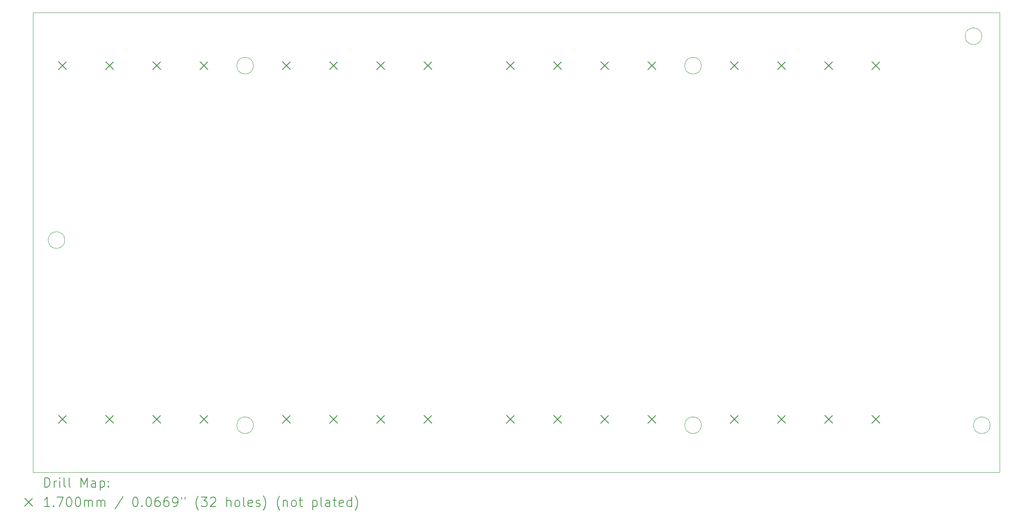
<source format=gbr>
%TF.GenerationSoftware,KiCad,Pcbnew,7.0.6*%
%TF.CreationDate,2023-08-29T18:11:48+02:00*%
%TF.ProjectId,photo console,70686f74-6f20-4636-9f6e-736f6c652e6b,rev?*%
%TF.SameCoordinates,Original*%
%TF.FileFunction,Drillmap*%
%TF.FilePolarity,Positive*%
%FSLAX45Y45*%
G04 Gerber Fmt 4.5, Leading zero omitted, Abs format (unit mm)*
G04 Created by KiCad (PCBNEW 7.0.6) date 2023-08-29 18:11:48*
%MOMM*%
%LPD*%
G01*
G04 APERTURE LIST*
%ADD10C,0.100000*%
%ADD11C,0.200000*%
%ADD12C,0.170000*%
G04 APERTURE END LIST*
D10*
X24563605Y-12827000D02*
G75*
G03*
X24563605Y-12827000I-179605J0D01*
G01*
X8688605Y-12827000D02*
G75*
G03*
X8688605Y-12827000I-179605J0D01*
G01*
X18340605Y-12827000D02*
G75*
G03*
X18340605Y-12827000I-179605J0D01*
G01*
X4624605Y-8837395D02*
G75*
G03*
X4624605Y-8837395I-179605J0D01*
G01*
X18340605Y-5080000D02*
G75*
G03*
X18340605Y-5080000I-179605J0D01*
G01*
X8688605Y-5080000D02*
G75*
G03*
X8688605Y-5080000I-179605J0D01*
G01*
X3937000Y-3937000D02*
X24765000Y-3937000D01*
X24765000Y-13843000D01*
X3937000Y-13843000D01*
X3937000Y-3937000D01*
X24384000Y-4445000D02*
G75*
G03*
X24384000Y-4445000I-179605J0D01*
G01*
D11*
D12*
X4487000Y-4995000D02*
X4657000Y-5165000D01*
X4657000Y-4995000D02*
X4487000Y-5165000D01*
X4487000Y-12615000D02*
X4657000Y-12785000D01*
X4657000Y-12615000D02*
X4487000Y-12785000D01*
X5503000Y-4995000D02*
X5673000Y-5165000D01*
X5673000Y-4995000D02*
X5503000Y-5165000D01*
X5503000Y-12615000D02*
X5673000Y-12785000D01*
X5673000Y-12615000D02*
X5503000Y-12785000D01*
X6519000Y-4995000D02*
X6689000Y-5165000D01*
X6689000Y-4995000D02*
X6519000Y-5165000D01*
X6519000Y-12615000D02*
X6689000Y-12785000D01*
X6689000Y-12615000D02*
X6519000Y-12785000D01*
X7535000Y-4995000D02*
X7705000Y-5165000D01*
X7705000Y-4995000D02*
X7535000Y-5165000D01*
X7535000Y-12615000D02*
X7705000Y-12785000D01*
X7705000Y-12615000D02*
X7535000Y-12785000D01*
X9313000Y-4995000D02*
X9483000Y-5165000D01*
X9483000Y-4995000D02*
X9313000Y-5165000D01*
X9313000Y-12615000D02*
X9483000Y-12785000D01*
X9483000Y-12615000D02*
X9313000Y-12785000D01*
X10329000Y-4995000D02*
X10499000Y-5165000D01*
X10499000Y-4995000D02*
X10329000Y-5165000D01*
X10329000Y-12615000D02*
X10499000Y-12785000D01*
X10499000Y-12615000D02*
X10329000Y-12785000D01*
X11345000Y-4995000D02*
X11515000Y-5165000D01*
X11515000Y-4995000D02*
X11345000Y-5165000D01*
X11345000Y-12615000D02*
X11515000Y-12785000D01*
X11515000Y-12615000D02*
X11345000Y-12785000D01*
X12361000Y-4995000D02*
X12531000Y-5165000D01*
X12531000Y-4995000D02*
X12361000Y-5165000D01*
X12361000Y-12615000D02*
X12531000Y-12785000D01*
X12531000Y-12615000D02*
X12361000Y-12785000D01*
X14139000Y-4995000D02*
X14309000Y-5165000D01*
X14309000Y-4995000D02*
X14139000Y-5165000D01*
X14139000Y-12615000D02*
X14309000Y-12785000D01*
X14309000Y-12615000D02*
X14139000Y-12785000D01*
X15155000Y-4995000D02*
X15325000Y-5165000D01*
X15325000Y-4995000D02*
X15155000Y-5165000D01*
X15155000Y-12615000D02*
X15325000Y-12785000D01*
X15325000Y-12615000D02*
X15155000Y-12785000D01*
X16171000Y-4995000D02*
X16341000Y-5165000D01*
X16341000Y-4995000D02*
X16171000Y-5165000D01*
X16171000Y-12615000D02*
X16341000Y-12785000D01*
X16341000Y-12615000D02*
X16171000Y-12785000D01*
X17187000Y-4995000D02*
X17357000Y-5165000D01*
X17357000Y-4995000D02*
X17187000Y-5165000D01*
X17187000Y-12615000D02*
X17357000Y-12785000D01*
X17357000Y-12615000D02*
X17187000Y-12785000D01*
X18965000Y-4995000D02*
X19135000Y-5165000D01*
X19135000Y-4995000D02*
X18965000Y-5165000D01*
X18965000Y-12615000D02*
X19135000Y-12785000D01*
X19135000Y-12615000D02*
X18965000Y-12785000D01*
X19981000Y-4995000D02*
X20151000Y-5165000D01*
X20151000Y-4995000D02*
X19981000Y-5165000D01*
X19981000Y-12615000D02*
X20151000Y-12785000D01*
X20151000Y-12615000D02*
X19981000Y-12785000D01*
X20997000Y-4995000D02*
X21167000Y-5165000D01*
X21167000Y-4995000D02*
X20997000Y-5165000D01*
X20997000Y-12615000D02*
X21167000Y-12785000D01*
X21167000Y-12615000D02*
X20997000Y-12785000D01*
X22013000Y-4995000D02*
X22183000Y-5165000D01*
X22183000Y-4995000D02*
X22013000Y-5165000D01*
X22013000Y-12615000D02*
X22183000Y-12785000D01*
X22183000Y-12615000D02*
X22013000Y-12785000D01*
D11*
X4192777Y-14159484D02*
X4192777Y-13959484D01*
X4192777Y-13959484D02*
X4240396Y-13959484D01*
X4240396Y-13959484D02*
X4268967Y-13969008D01*
X4268967Y-13969008D02*
X4288015Y-13988055D01*
X4288015Y-13988055D02*
X4297539Y-14007103D01*
X4297539Y-14007103D02*
X4307063Y-14045198D01*
X4307063Y-14045198D02*
X4307063Y-14073769D01*
X4307063Y-14073769D02*
X4297539Y-14111865D01*
X4297539Y-14111865D02*
X4288015Y-14130912D01*
X4288015Y-14130912D02*
X4268967Y-14149960D01*
X4268967Y-14149960D02*
X4240396Y-14159484D01*
X4240396Y-14159484D02*
X4192777Y-14159484D01*
X4392777Y-14159484D02*
X4392777Y-14026150D01*
X4392777Y-14064246D02*
X4402301Y-14045198D01*
X4402301Y-14045198D02*
X4411824Y-14035674D01*
X4411824Y-14035674D02*
X4430872Y-14026150D01*
X4430872Y-14026150D02*
X4449920Y-14026150D01*
X4516586Y-14159484D02*
X4516586Y-14026150D01*
X4516586Y-13959484D02*
X4507063Y-13969008D01*
X4507063Y-13969008D02*
X4516586Y-13978531D01*
X4516586Y-13978531D02*
X4526110Y-13969008D01*
X4526110Y-13969008D02*
X4516586Y-13959484D01*
X4516586Y-13959484D02*
X4516586Y-13978531D01*
X4640396Y-14159484D02*
X4621348Y-14149960D01*
X4621348Y-14149960D02*
X4611824Y-14130912D01*
X4611824Y-14130912D02*
X4611824Y-13959484D01*
X4745158Y-14159484D02*
X4726110Y-14149960D01*
X4726110Y-14149960D02*
X4716586Y-14130912D01*
X4716586Y-14130912D02*
X4716586Y-13959484D01*
X4973729Y-14159484D02*
X4973729Y-13959484D01*
X4973729Y-13959484D02*
X5040396Y-14102341D01*
X5040396Y-14102341D02*
X5107063Y-13959484D01*
X5107063Y-13959484D02*
X5107063Y-14159484D01*
X5288015Y-14159484D02*
X5288015Y-14054722D01*
X5288015Y-14054722D02*
X5278491Y-14035674D01*
X5278491Y-14035674D02*
X5259444Y-14026150D01*
X5259444Y-14026150D02*
X5221348Y-14026150D01*
X5221348Y-14026150D02*
X5202301Y-14035674D01*
X5288015Y-14149960D02*
X5268967Y-14159484D01*
X5268967Y-14159484D02*
X5221348Y-14159484D01*
X5221348Y-14159484D02*
X5202301Y-14149960D01*
X5202301Y-14149960D02*
X5192777Y-14130912D01*
X5192777Y-14130912D02*
X5192777Y-14111865D01*
X5192777Y-14111865D02*
X5202301Y-14092817D01*
X5202301Y-14092817D02*
X5221348Y-14083293D01*
X5221348Y-14083293D02*
X5268967Y-14083293D01*
X5268967Y-14083293D02*
X5288015Y-14073769D01*
X5383253Y-14026150D02*
X5383253Y-14226150D01*
X5383253Y-14035674D02*
X5402301Y-14026150D01*
X5402301Y-14026150D02*
X5440396Y-14026150D01*
X5440396Y-14026150D02*
X5459444Y-14035674D01*
X5459444Y-14035674D02*
X5468967Y-14045198D01*
X5468967Y-14045198D02*
X5478491Y-14064246D01*
X5478491Y-14064246D02*
X5478491Y-14121388D01*
X5478491Y-14121388D02*
X5468967Y-14140436D01*
X5468967Y-14140436D02*
X5459444Y-14149960D01*
X5459444Y-14149960D02*
X5440396Y-14159484D01*
X5440396Y-14159484D02*
X5402301Y-14159484D01*
X5402301Y-14159484D02*
X5383253Y-14149960D01*
X5564205Y-14140436D02*
X5573729Y-14149960D01*
X5573729Y-14149960D02*
X5564205Y-14159484D01*
X5564205Y-14159484D02*
X5554682Y-14149960D01*
X5554682Y-14149960D02*
X5564205Y-14140436D01*
X5564205Y-14140436D02*
X5564205Y-14159484D01*
X5564205Y-14035674D02*
X5573729Y-14045198D01*
X5573729Y-14045198D02*
X5564205Y-14054722D01*
X5564205Y-14054722D02*
X5554682Y-14045198D01*
X5554682Y-14045198D02*
X5564205Y-14035674D01*
X5564205Y-14035674D02*
X5564205Y-14054722D01*
D12*
X3762000Y-14403000D02*
X3932000Y-14573000D01*
X3932000Y-14403000D02*
X3762000Y-14573000D01*
D11*
X4297539Y-14579484D02*
X4183253Y-14579484D01*
X4240396Y-14579484D02*
X4240396Y-14379484D01*
X4240396Y-14379484D02*
X4221348Y-14408055D01*
X4221348Y-14408055D02*
X4202301Y-14427103D01*
X4202301Y-14427103D02*
X4183253Y-14436627D01*
X4383253Y-14560436D02*
X4392777Y-14569960D01*
X4392777Y-14569960D02*
X4383253Y-14579484D01*
X4383253Y-14579484D02*
X4373729Y-14569960D01*
X4373729Y-14569960D02*
X4383253Y-14560436D01*
X4383253Y-14560436D02*
X4383253Y-14579484D01*
X4459444Y-14379484D02*
X4592777Y-14379484D01*
X4592777Y-14379484D02*
X4507063Y-14579484D01*
X4707063Y-14379484D02*
X4726110Y-14379484D01*
X4726110Y-14379484D02*
X4745158Y-14389008D01*
X4745158Y-14389008D02*
X4754682Y-14398531D01*
X4754682Y-14398531D02*
X4764205Y-14417579D01*
X4764205Y-14417579D02*
X4773729Y-14455674D01*
X4773729Y-14455674D02*
X4773729Y-14503293D01*
X4773729Y-14503293D02*
X4764205Y-14541388D01*
X4764205Y-14541388D02*
X4754682Y-14560436D01*
X4754682Y-14560436D02*
X4745158Y-14569960D01*
X4745158Y-14569960D02*
X4726110Y-14579484D01*
X4726110Y-14579484D02*
X4707063Y-14579484D01*
X4707063Y-14579484D02*
X4688015Y-14569960D01*
X4688015Y-14569960D02*
X4678491Y-14560436D01*
X4678491Y-14560436D02*
X4668967Y-14541388D01*
X4668967Y-14541388D02*
X4659444Y-14503293D01*
X4659444Y-14503293D02*
X4659444Y-14455674D01*
X4659444Y-14455674D02*
X4668967Y-14417579D01*
X4668967Y-14417579D02*
X4678491Y-14398531D01*
X4678491Y-14398531D02*
X4688015Y-14389008D01*
X4688015Y-14389008D02*
X4707063Y-14379484D01*
X4897539Y-14379484D02*
X4916586Y-14379484D01*
X4916586Y-14379484D02*
X4935634Y-14389008D01*
X4935634Y-14389008D02*
X4945158Y-14398531D01*
X4945158Y-14398531D02*
X4954682Y-14417579D01*
X4954682Y-14417579D02*
X4964205Y-14455674D01*
X4964205Y-14455674D02*
X4964205Y-14503293D01*
X4964205Y-14503293D02*
X4954682Y-14541388D01*
X4954682Y-14541388D02*
X4945158Y-14560436D01*
X4945158Y-14560436D02*
X4935634Y-14569960D01*
X4935634Y-14569960D02*
X4916586Y-14579484D01*
X4916586Y-14579484D02*
X4897539Y-14579484D01*
X4897539Y-14579484D02*
X4878491Y-14569960D01*
X4878491Y-14569960D02*
X4868967Y-14560436D01*
X4868967Y-14560436D02*
X4859444Y-14541388D01*
X4859444Y-14541388D02*
X4849920Y-14503293D01*
X4849920Y-14503293D02*
X4849920Y-14455674D01*
X4849920Y-14455674D02*
X4859444Y-14417579D01*
X4859444Y-14417579D02*
X4868967Y-14398531D01*
X4868967Y-14398531D02*
X4878491Y-14389008D01*
X4878491Y-14389008D02*
X4897539Y-14379484D01*
X5049920Y-14579484D02*
X5049920Y-14446150D01*
X5049920Y-14465198D02*
X5059444Y-14455674D01*
X5059444Y-14455674D02*
X5078491Y-14446150D01*
X5078491Y-14446150D02*
X5107063Y-14446150D01*
X5107063Y-14446150D02*
X5126110Y-14455674D01*
X5126110Y-14455674D02*
X5135634Y-14474722D01*
X5135634Y-14474722D02*
X5135634Y-14579484D01*
X5135634Y-14474722D02*
X5145158Y-14455674D01*
X5145158Y-14455674D02*
X5164205Y-14446150D01*
X5164205Y-14446150D02*
X5192777Y-14446150D01*
X5192777Y-14446150D02*
X5211825Y-14455674D01*
X5211825Y-14455674D02*
X5221348Y-14474722D01*
X5221348Y-14474722D02*
X5221348Y-14579484D01*
X5316586Y-14579484D02*
X5316586Y-14446150D01*
X5316586Y-14465198D02*
X5326110Y-14455674D01*
X5326110Y-14455674D02*
X5345158Y-14446150D01*
X5345158Y-14446150D02*
X5373729Y-14446150D01*
X5373729Y-14446150D02*
X5392777Y-14455674D01*
X5392777Y-14455674D02*
X5402301Y-14474722D01*
X5402301Y-14474722D02*
X5402301Y-14579484D01*
X5402301Y-14474722D02*
X5411825Y-14455674D01*
X5411825Y-14455674D02*
X5430872Y-14446150D01*
X5430872Y-14446150D02*
X5459444Y-14446150D01*
X5459444Y-14446150D02*
X5478491Y-14455674D01*
X5478491Y-14455674D02*
X5488015Y-14474722D01*
X5488015Y-14474722D02*
X5488015Y-14579484D01*
X5878491Y-14369960D02*
X5707063Y-14627103D01*
X6135634Y-14379484D02*
X6154682Y-14379484D01*
X6154682Y-14379484D02*
X6173729Y-14389008D01*
X6173729Y-14389008D02*
X6183253Y-14398531D01*
X6183253Y-14398531D02*
X6192777Y-14417579D01*
X6192777Y-14417579D02*
X6202301Y-14455674D01*
X6202301Y-14455674D02*
X6202301Y-14503293D01*
X6202301Y-14503293D02*
X6192777Y-14541388D01*
X6192777Y-14541388D02*
X6183253Y-14560436D01*
X6183253Y-14560436D02*
X6173729Y-14569960D01*
X6173729Y-14569960D02*
X6154682Y-14579484D01*
X6154682Y-14579484D02*
X6135634Y-14579484D01*
X6135634Y-14579484D02*
X6116586Y-14569960D01*
X6116586Y-14569960D02*
X6107063Y-14560436D01*
X6107063Y-14560436D02*
X6097539Y-14541388D01*
X6097539Y-14541388D02*
X6088015Y-14503293D01*
X6088015Y-14503293D02*
X6088015Y-14455674D01*
X6088015Y-14455674D02*
X6097539Y-14417579D01*
X6097539Y-14417579D02*
X6107063Y-14398531D01*
X6107063Y-14398531D02*
X6116586Y-14389008D01*
X6116586Y-14389008D02*
X6135634Y-14379484D01*
X6288015Y-14560436D02*
X6297539Y-14569960D01*
X6297539Y-14569960D02*
X6288015Y-14579484D01*
X6288015Y-14579484D02*
X6278491Y-14569960D01*
X6278491Y-14569960D02*
X6288015Y-14560436D01*
X6288015Y-14560436D02*
X6288015Y-14579484D01*
X6421348Y-14379484D02*
X6440396Y-14379484D01*
X6440396Y-14379484D02*
X6459444Y-14389008D01*
X6459444Y-14389008D02*
X6468967Y-14398531D01*
X6468967Y-14398531D02*
X6478491Y-14417579D01*
X6478491Y-14417579D02*
X6488015Y-14455674D01*
X6488015Y-14455674D02*
X6488015Y-14503293D01*
X6488015Y-14503293D02*
X6478491Y-14541388D01*
X6478491Y-14541388D02*
X6468967Y-14560436D01*
X6468967Y-14560436D02*
X6459444Y-14569960D01*
X6459444Y-14569960D02*
X6440396Y-14579484D01*
X6440396Y-14579484D02*
X6421348Y-14579484D01*
X6421348Y-14579484D02*
X6402301Y-14569960D01*
X6402301Y-14569960D02*
X6392777Y-14560436D01*
X6392777Y-14560436D02*
X6383253Y-14541388D01*
X6383253Y-14541388D02*
X6373729Y-14503293D01*
X6373729Y-14503293D02*
X6373729Y-14455674D01*
X6373729Y-14455674D02*
X6383253Y-14417579D01*
X6383253Y-14417579D02*
X6392777Y-14398531D01*
X6392777Y-14398531D02*
X6402301Y-14389008D01*
X6402301Y-14389008D02*
X6421348Y-14379484D01*
X6659444Y-14379484D02*
X6621348Y-14379484D01*
X6621348Y-14379484D02*
X6602301Y-14389008D01*
X6602301Y-14389008D02*
X6592777Y-14398531D01*
X6592777Y-14398531D02*
X6573729Y-14427103D01*
X6573729Y-14427103D02*
X6564206Y-14465198D01*
X6564206Y-14465198D02*
X6564206Y-14541388D01*
X6564206Y-14541388D02*
X6573729Y-14560436D01*
X6573729Y-14560436D02*
X6583253Y-14569960D01*
X6583253Y-14569960D02*
X6602301Y-14579484D01*
X6602301Y-14579484D02*
X6640396Y-14579484D01*
X6640396Y-14579484D02*
X6659444Y-14569960D01*
X6659444Y-14569960D02*
X6668967Y-14560436D01*
X6668967Y-14560436D02*
X6678491Y-14541388D01*
X6678491Y-14541388D02*
X6678491Y-14493769D01*
X6678491Y-14493769D02*
X6668967Y-14474722D01*
X6668967Y-14474722D02*
X6659444Y-14465198D01*
X6659444Y-14465198D02*
X6640396Y-14455674D01*
X6640396Y-14455674D02*
X6602301Y-14455674D01*
X6602301Y-14455674D02*
X6583253Y-14465198D01*
X6583253Y-14465198D02*
X6573729Y-14474722D01*
X6573729Y-14474722D02*
X6564206Y-14493769D01*
X6849920Y-14379484D02*
X6811825Y-14379484D01*
X6811825Y-14379484D02*
X6792777Y-14389008D01*
X6792777Y-14389008D02*
X6783253Y-14398531D01*
X6783253Y-14398531D02*
X6764206Y-14427103D01*
X6764206Y-14427103D02*
X6754682Y-14465198D01*
X6754682Y-14465198D02*
X6754682Y-14541388D01*
X6754682Y-14541388D02*
X6764206Y-14560436D01*
X6764206Y-14560436D02*
X6773729Y-14569960D01*
X6773729Y-14569960D02*
X6792777Y-14579484D01*
X6792777Y-14579484D02*
X6830872Y-14579484D01*
X6830872Y-14579484D02*
X6849920Y-14569960D01*
X6849920Y-14569960D02*
X6859444Y-14560436D01*
X6859444Y-14560436D02*
X6868967Y-14541388D01*
X6868967Y-14541388D02*
X6868967Y-14493769D01*
X6868967Y-14493769D02*
X6859444Y-14474722D01*
X6859444Y-14474722D02*
X6849920Y-14465198D01*
X6849920Y-14465198D02*
X6830872Y-14455674D01*
X6830872Y-14455674D02*
X6792777Y-14455674D01*
X6792777Y-14455674D02*
X6773729Y-14465198D01*
X6773729Y-14465198D02*
X6764206Y-14474722D01*
X6764206Y-14474722D02*
X6754682Y-14493769D01*
X6964206Y-14579484D02*
X7002301Y-14579484D01*
X7002301Y-14579484D02*
X7021348Y-14569960D01*
X7021348Y-14569960D02*
X7030872Y-14560436D01*
X7030872Y-14560436D02*
X7049920Y-14531865D01*
X7049920Y-14531865D02*
X7059444Y-14493769D01*
X7059444Y-14493769D02*
X7059444Y-14417579D01*
X7059444Y-14417579D02*
X7049920Y-14398531D01*
X7049920Y-14398531D02*
X7040396Y-14389008D01*
X7040396Y-14389008D02*
X7021348Y-14379484D01*
X7021348Y-14379484D02*
X6983253Y-14379484D01*
X6983253Y-14379484D02*
X6964206Y-14389008D01*
X6964206Y-14389008D02*
X6954682Y-14398531D01*
X6954682Y-14398531D02*
X6945158Y-14417579D01*
X6945158Y-14417579D02*
X6945158Y-14465198D01*
X6945158Y-14465198D02*
X6954682Y-14484246D01*
X6954682Y-14484246D02*
X6964206Y-14493769D01*
X6964206Y-14493769D02*
X6983253Y-14503293D01*
X6983253Y-14503293D02*
X7021348Y-14503293D01*
X7021348Y-14503293D02*
X7040396Y-14493769D01*
X7040396Y-14493769D02*
X7049920Y-14484246D01*
X7049920Y-14484246D02*
X7059444Y-14465198D01*
X7135634Y-14379484D02*
X7135634Y-14417579D01*
X7211825Y-14379484D02*
X7211825Y-14417579D01*
X7507063Y-14655674D02*
X7497539Y-14646150D01*
X7497539Y-14646150D02*
X7478491Y-14617579D01*
X7478491Y-14617579D02*
X7468968Y-14598531D01*
X7468968Y-14598531D02*
X7459444Y-14569960D01*
X7459444Y-14569960D02*
X7449920Y-14522341D01*
X7449920Y-14522341D02*
X7449920Y-14484246D01*
X7449920Y-14484246D02*
X7459444Y-14436627D01*
X7459444Y-14436627D02*
X7468968Y-14408055D01*
X7468968Y-14408055D02*
X7478491Y-14389008D01*
X7478491Y-14389008D02*
X7497539Y-14360436D01*
X7497539Y-14360436D02*
X7507063Y-14350912D01*
X7564206Y-14379484D02*
X7688015Y-14379484D01*
X7688015Y-14379484D02*
X7621348Y-14455674D01*
X7621348Y-14455674D02*
X7649920Y-14455674D01*
X7649920Y-14455674D02*
X7668968Y-14465198D01*
X7668968Y-14465198D02*
X7678491Y-14474722D01*
X7678491Y-14474722D02*
X7688015Y-14493769D01*
X7688015Y-14493769D02*
X7688015Y-14541388D01*
X7688015Y-14541388D02*
X7678491Y-14560436D01*
X7678491Y-14560436D02*
X7668968Y-14569960D01*
X7668968Y-14569960D02*
X7649920Y-14579484D01*
X7649920Y-14579484D02*
X7592777Y-14579484D01*
X7592777Y-14579484D02*
X7573729Y-14569960D01*
X7573729Y-14569960D02*
X7564206Y-14560436D01*
X7764206Y-14398531D02*
X7773729Y-14389008D01*
X7773729Y-14389008D02*
X7792777Y-14379484D01*
X7792777Y-14379484D02*
X7840396Y-14379484D01*
X7840396Y-14379484D02*
X7859444Y-14389008D01*
X7859444Y-14389008D02*
X7868968Y-14398531D01*
X7868968Y-14398531D02*
X7878491Y-14417579D01*
X7878491Y-14417579D02*
X7878491Y-14436627D01*
X7878491Y-14436627D02*
X7868968Y-14465198D01*
X7868968Y-14465198D02*
X7754682Y-14579484D01*
X7754682Y-14579484D02*
X7878491Y-14579484D01*
X8116587Y-14579484D02*
X8116587Y-14379484D01*
X8202301Y-14579484D02*
X8202301Y-14474722D01*
X8202301Y-14474722D02*
X8192777Y-14455674D01*
X8192777Y-14455674D02*
X8173730Y-14446150D01*
X8173730Y-14446150D02*
X8145158Y-14446150D01*
X8145158Y-14446150D02*
X8126110Y-14455674D01*
X8126110Y-14455674D02*
X8116587Y-14465198D01*
X8326110Y-14579484D02*
X8307063Y-14569960D01*
X8307063Y-14569960D02*
X8297539Y-14560436D01*
X8297539Y-14560436D02*
X8288015Y-14541388D01*
X8288015Y-14541388D02*
X8288015Y-14484246D01*
X8288015Y-14484246D02*
X8297539Y-14465198D01*
X8297539Y-14465198D02*
X8307063Y-14455674D01*
X8307063Y-14455674D02*
X8326110Y-14446150D01*
X8326110Y-14446150D02*
X8354682Y-14446150D01*
X8354682Y-14446150D02*
X8373730Y-14455674D01*
X8373730Y-14455674D02*
X8383253Y-14465198D01*
X8383253Y-14465198D02*
X8392777Y-14484246D01*
X8392777Y-14484246D02*
X8392777Y-14541388D01*
X8392777Y-14541388D02*
X8383253Y-14560436D01*
X8383253Y-14560436D02*
X8373730Y-14569960D01*
X8373730Y-14569960D02*
X8354682Y-14579484D01*
X8354682Y-14579484D02*
X8326110Y-14579484D01*
X8507063Y-14579484D02*
X8488015Y-14569960D01*
X8488015Y-14569960D02*
X8478492Y-14550912D01*
X8478492Y-14550912D02*
X8478492Y-14379484D01*
X8659444Y-14569960D02*
X8640396Y-14579484D01*
X8640396Y-14579484D02*
X8602301Y-14579484D01*
X8602301Y-14579484D02*
X8583253Y-14569960D01*
X8583253Y-14569960D02*
X8573730Y-14550912D01*
X8573730Y-14550912D02*
X8573730Y-14474722D01*
X8573730Y-14474722D02*
X8583253Y-14455674D01*
X8583253Y-14455674D02*
X8602301Y-14446150D01*
X8602301Y-14446150D02*
X8640396Y-14446150D01*
X8640396Y-14446150D02*
X8659444Y-14455674D01*
X8659444Y-14455674D02*
X8668968Y-14474722D01*
X8668968Y-14474722D02*
X8668968Y-14493769D01*
X8668968Y-14493769D02*
X8573730Y-14512817D01*
X8745158Y-14569960D02*
X8764206Y-14579484D01*
X8764206Y-14579484D02*
X8802301Y-14579484D01*
X8802301Y-14579484D02*
X8821349Y-14569960D01*
X8821349Y-14569960D02*
X8830873Y-14550912D01*
X8830873Y-14550912D02*
X8830873Y-14541388D01*
X8830873Y-14541388D02*
X8821349Y-14522341D01*
X8821349Y-14522341D02*
X8802301Y-14512817D01*
X8802301Y-14512817D02*
X8773730Y-14512817D01*
X8773730Y-14512817D02*
X8754682Y-14503293D01*
X8754682Y-14503293D02*
X8745158Y-14484246D01*
X8745158Y-14484246D02*
X8745158Y-14474722D01*
X8745158Y-14474722D02*
X8754682Y-14455674D01*
X8754682Y-14455674D02*
X8773730Y-14446150D01*
X8773730Y-14446150D02*
X8802301Y-14446150D01*
X8802301Y-14446150D02*
X8821349Y-14455674D01*
X8897539Y-14655674D02*
X8907063Y-14646150D01*
X8907063Y-14646150D02*
X8926111Y-14617579D01*
X8926111Y-14617579D02*
X8935634Y-14598531D01*
X8935634Y-14598531D02*
X8945158Y-14569960D01*
X8945158Y-14569960D02*
X8954682Y-14522341D01*
X8954682Y-14522341D02*
X8954682Y-14484246D01*
X8954682Y-14484246D02*
X8945158Y-14436627D01*
X8945158Y-14436627D02*
X8935634Y-14408055D01*
X8935634Y-14408055D02*
X8926111Y-14389008D01*
X8926111Y-14389008D02*
X8907063Y-14360436D01*
X8907063Y-14360436D02*
X8897539Y-14350912D01*
X9259444Y-14655674D02*
X9249920Y-14646150D01*
X9249920Y-14646150D02*
X9230873Y-14617579D01*
X9230873Y-14617579D02*
X9221349Y-14598531D01*
X9221349Y-14598531D02*
X9211825Y-14569960D01*
X9211825Y-14569960D02*
X9202301Y-14522341D01*
X9202301Y-14522341D02*
X9202301Y-14484246D01*
X9202301Y-14484246D02*
X9211825Y-14436627D01*
X9211825Y-14436627D02*
X9221349Y-14408055D01*
X9221349Y-14408055D02*
X9230873Y-14389008D01*
X9230873Y-14389008D02*
X9249920Y-14360436D01*
X9249920Y-14360436D02*
X9259444Y-14350912D01*
X9335634Y-14446150D02*
X9335634Y-14579484D01*
X9335634Y-14465198D02*
X9345158Y-14455674D01*
X9345158Y-14455674D02*
X9364206Y-14446150D01*
X9364206Y-14446150D02*
X9392777Y-14446150D01*
X9392777Y-14446150D02*
X9411825Y-14455674D01*
X9411825Y-14455674D02*
X9421349Y-14474722D01*
X9421349Y-14474722D02*
X9421349Y-14579484D01*
X9545158Y-14579484D02*
X9526111Y-14569960D01*
X9526111Y-14569960D02*
X9516587Y-14560436D01*
X9516587Y-14560436D02*
X9507063Y-14541388D01*
X9507063Y-14541388D02*
X9507063Y-14484246D01*
X9507063Y-14484246D02*
X9516587Y-14465198D01*
X9516587Y-14465198D02*
X9526111Y-14455674D01*
X9526111Y-14455674D02*
X9545158Y-14446150D01*
X9545158Y-14446150D02*
X9573730Y-14446150D01*
X9573730Y-14446150D02*
X9592777Y-14455674D01*
X9592777Y-14455674D02*
X9602301Y-14465198D01*
X9602301Y-14465198D02*
X9611825Y-14484246D01*
X9611825Y-14484246D02*
X9611825Y-14541388D01*
X9611825Y-14541388D02*
X9602301Y-14560436D01*
X9602301Y-14560436D02*
X9592777Y-14569960D01*
X9592777Y-14569960D02*
X9573730Y-14579484D01*
X9573730Y-14579484D02*
X9545158Y-14579484D01*
X9668968Y-14446150D02*
X9745158Y-14446150D01*
X9697539Y-14379484D02*
X9697539Y-14550912D01*
X9697539Y-14550912D02*
X9707063Y-14569960D01*
X9707063Y-14569960D02*
X9726111Y-14579484D01*
X9726111Y-14579484D02*
X9745158Y-14579484D01*
X9964206Y-14446150D02*
X9964206Y-14646150D01*
X9964206Y-14455674D02*
X9983254Y-14446150D01*
X9983254Y-14446150D02*
X10021349Y-14446150D01*
X10021349Y-14446150D02*
X10040396Y-14455674D01*
X10040396Y-14455674D02*
X10049920Y-14465198D01*
X10049920Y-14465198D02*
X10059444Y-14484246D01*
X10059444Y-14484246D02*
X10059444Y-14541388D01*
X10059444Y-14541388D02*
X10049920Y-14560436D01*
X10049920Y-14560436D02*
X10040396Y-14569960D01*
X10040396Y-14569960D02*
X10021349Y-14579484D01*
X10021349Y-14579484D02*
X9983254Y-14579484D01*
X9983254Y-14579484D02*
X9964206Y-14569960D01*
X10173730Y-14579484D02*
X10154682Y-14569960D01*
X10154682Y-14569960D02*
X10145158Y-14550912D01*
X10145158Y-14550912D02*
X10145158Y-14379484D01*
X10335635Y-14579484D02*
X10335635Y-14474722D01*
X10335635Y-14474722D02*
X10326111Y-14455674D01*
X10326111Y-14455674D02*
X10307063Y-14446150D01*
X10307063Y-14446150D02*
X10268968Y-14446150D01*
X10268968Y-14446150D02*
X10249920Y-14455674D01*
X10335635Y-14569960D02*
X10316587Y-14579484D01*
X10316587Y-14579484D02*
X10268968Y-14579484D01*
X10268968Y-14579484D02*
X10249920Y-14569960D01*
X10249920Y-14569960D02*
X10240396Y-14550912D01*
X10240396Y-14550912D02*
X10240396Y-14531865D01*
X10240396Y-14531865D02*
X10249920Y-14512817D01*
X10249920Y-14512817D02*
X10268968Y-14503293D01*
X10268968Y-14503293D02*
X10316587Y-14503293D01*
X10316587Y-14503293D02*
X10335635Y-14493769D01*
X10402301Y-14446150D02*
X10478492Y-14446150D01*
X10430873Y-14379484D02*
X10430873Y-14550912D01*
X10430873Y-14550912D02*
X10440396Y-14569960D01*
X10440396Y-14569960D02*
X10459444Y-14579484D01*
X10459444Y-14579484D02*
X10478492Y-14579484D01*
X10621349Y-14569960D02*
X10602301Y-14579484D01*
X10602301Y-14579484D02*
X10564206Y-14579484D01*
X10564206Y-14579484D02*
X10545158Y-14569960D01*
X10545158Y-14569960D02*
X10535635Y-14550912D01*
X10535635Y-14550912D02*
X10535635Y-14474722D01*
X10535635Y-14474722D02*
X10545158Y-14455674D01*
X10545158Y-14455674D02*
X10564206Y-14446150D01*
X10564206Y-14446150D02*
X10602301Y-14446150D01*
X10602301Y-14446150D02*
X10621349Y-14455674D01*
X10621349Y-14455674D02*
X10630873Y-14474722D01*
X10630873Y-14474722D02*
X10630873Y-14493769D01*
X10630873Y-14493769D02*
X10535635Y-14512817D01*
X10802301Y-14579484D02*
X10802301Y-14379484D01*
X10802301Y-14569960D02*
X10783254Y-14579484D01*
X10783254Y-14579484D02*
X10745158Y-14579484D01*
X10745158Y-14579484D02*
X10726111Y-14569960D01*
X10726111Y-14569960D02*
X10716587Y-14560436D01*
X10716587Y-14560436D02*
X10707063Y-14541388D01*
X10707063Y-14541388D02*
X10707063Y-14484246D01*
X10707063Y-14484246D02*
X10716587Y-14465198D01*
X10716587Y-14465198D02*
X10726111Y-14455674D01*
X10726111Y-14455674D02*
X10745158Y-14446150D01*
X10745158Y-14446150D02*
X10783254Y-14446150D01*
X10783254Y-14446150D02*
X10802301Y-14455674D01*
X10878492Y-14655674D02*
X10888016Y-14646150D01*
X10888016Y-14646150D02*
X10907063Y-14617579D01*
X10907063Y-14617579D02*
X10916587Y-14598531D01*
X10916587Y-14598531D02*
X10926111Y-14569960D01*
X10926111Y-14569960D02*
X10935635Y-14522341D01*
X10935635Y-14522341D02*
X10935635Y-14484246D01*
X10935635Y-14484246D02*
X10926111Y-14436627D01*
X10926111Y-14436627D02*
X10916587Y-14408055D01*
X10916587Y-14408055D02*
X10907063Y-14389008D01*
X10907063Y-14389008D02*
X10888016Y-14360436D01*
X10888016Y-14360436D02*
X10878492Y-14350912D01*
M02*

</source>
